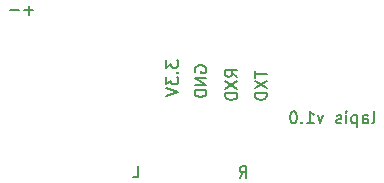
<source format=gbo>
G04 #@! TF.GenerationSoftware,KiCad,Pcbnew,(5.1.7)-1*
G04 #@! TF.CreationDate,2021-06-03T00:57:12+09:00*
G04 #@! TF.ProjectId,lapis,6c617069-732e-46b6-9963-61645f706362,rev?*
G04 #@! TF.SameCoordinates,Original*
G04 #@! TF.FileFunction,Legend,Bot*
G04 #@! TF.FilePolarity,Positive*
%FSLAX46Y46*%
G04 Gerber Fmt 4.6, Leading zero omitted, Abs format (unit mm)*
G04 Created by KiCad (PCBNEW (5.1.7)-1) date 2021-06-03 00:57:12*
%MOMM*%
%LPD*%
G01*
G04 APERTURE LIST*
%ADD10C,0.150000*%
G04 APERTURE END LIST*
D10*
X128580952Y-113071428D02*
X127819047Y-113071428D01*
X129780952Y-113071428D02*
X129019047Y-113071428D01*
X129400000Y-113452380D02*
X129400000Y-112690476D01*
X148552380Y-118238095D02*
X148552380Y-118809523D01*
X149552380Y-118523809D02*
X148552380Y-118523809D01*
X148552380Y-119047619D02*
X149552380Y-119714285D01*
X148552380Y-119714285D02*
X149552380Y-119047619D01*
X149552380Y-120095238D02*
X148552380Y-120095238D01*
X148552380Y-120333333D01*
X148600000Y-120476190D01*
X148695238Y-120571428D01*
X148790476Y-120619047D01*
X148980952Y-120666666D01*
X149123809Y-120666666D01*
X149314285Y-120619047D01*
X149409523Y-120571428D01*
X149504761Y-120476190D01*
X149552380Y-120333333D01*
X149552380Y-120095238D01*
X147052380Y-118733333D02*
X146576190Y-118400000D01*
X147052380Y-118161904D02*
X146052380Y-118161904D01*
X146052380Y-118542857D01*
X146100000Y-118638095D01*
X146147619Y-118685714D01*
X146242857Y-118733333D01*
X146385714Y-118733333D01*
X146480952Y-118685714D01*
X146528571Y-118638095D01*
X146576190Y-118542857D01*
X146576190Y-118161904D01*
X146052380Y-119066666D02*
X147052380Y-119733333D01*
X146052380Y-119733333D02*
X147052380Y-119066666D01*
X147052380Y-120114285D02*
X146052380Y-120114285D01*
X146052380Y-120352380D01*
X146100000Y-120495238D01*
X146195238Y-120590476D01*
X146290476Y-120638095D01*
X146480952Y-120685714D01*
X146623809Y-120685714D01*
X146814285Y-120638095D01*
X146909523Y-120590476D01*
X147004761Y-120495238D01*
X147052380Y-120352380D01*
X147052380Y-120114285D01*
X143500000Y-118338095D02*
X143452380Y-118242857D01*
X143452380Y-118100000D01*
X143500000Y-117957142D01*
X143595238Y-117861904D01*
X143690476Y-117814285D01*
X143880952Y-117766666D01*
X144023809Y-117766666D01*
X144214285Y-117814285D01*
X144309523Y-117861904D01*
X144404761Y-117957142D01*
X144452380Y-118100000D01*
X144452380Y-118195238D01*
X144404761Y-118338095D01*
X144357142Y-118385714D01*
X144023809Y-118385714D01*
X144023809Y-118195238D01*
X144452380Y-118814285D02*
X143452380Y-118814285D01*
X144452380Y-119385714D01*
X143452380Y-119385714D01*
X144452380Y-119861904D02*
X143452380Y-119861904D01*
X143452380Y-120100000D01*
X143500000Y-120242857D01*
X143595238Y-120338095D01*
X143690476Y-120385714D01*
X143880952Y-120433333D01*
X144023809Y-120433333D01*
X144214285Y-120385714D01*
X144309523Y-120338095D01*
X144404761Y-120242857D01*
X144452380Y-120100000D01*
X144452380Y-119861904D01*
X141052380Y-117323809D02*
X141052380Y-117942857D01*
X141433333Y-117609523D01*
X141433333Y-117752380D01*
X141480952Y-117847619D01*
X141528571Y-117895238D01*
X141623809Y-117942857D01*
X141861904Y-117942857D01*
X141957142Y-117895238D01*
X142004761Y-117847619D01*
X142052380Y-117752380D01*
X142052380Y-117466666D01*
X142004761Y-117371428D01*
X141957142Y-117323809D01*
X141957142Y-118371428D02*
X142004761Y-118419047D01*
X142052380Y-118371428D01*
X142004761Y-118323809D01*
X141957142Y-118371428D01*
X142052380Y-118371428D01*
X141052380Y-118752380D02*
X141052380Y-119371428D01*
X141433333Y-119038095D01*
X141433333Y-119180952D01*
X141480952Y-119276190D01*
X141528571Y-119323809D01*
X141623809Y-119371428D01*
X141861904Y-119371428D01*
X141957142Y-119323809D01*
X142004761Y-119276190D01*
X142052380Y-119180952D01*
X142052380Y-118895238D01*
X142004761Y-118800000D01*
X141957142Y-118752380D01*
X141052380Y-119657142D02*
X142052380Y-119990476D01*
X141052380Y-120323809D01*
X158480952Y-122652380D02*
X158576190Y-122604761D01*
X158623809Y-122509523D01*
X158623809Y-121652380D01*
X157671428Y-122652380D02*
X157671428Y-122128571D01*
X157719047Y-122033333D01*
X157814285Y-121985714D01*
X158004761Y-121985714D01*
X158100000Y-122033333D01*
X157671428Y-122604761D02*
X157766666Y-122652380D01*
X158004761Y-122652380D01*
X158100000Y-122604761D01*
X158147619Y-122509523D01*
X158147619Y-122414285D01*
X158100000Y-122319047D01*
X158004761Y-122271428D01*
X157766666Y-122271428D01*
X157671428Y-122223809D01*
X157195238Y-121985714D02*
X157195238Y-122985714D01*
X157195238Y-122033333D02*
X157100000Y-121985714D01*
X156909523Y-121985714D01*
X156814285Y-122033333D01*
X156766666Y-122080952D01*
X156719047Y-122176190D01*
X156719047Y-122461904D01*
X156766666Y-122557142D01*
X156814285Y-122604761D01*
X156909523Y-122652380D01*
X157100000Y-122652380D01*
X157195238Y-122604761D01*
X156290476Y-122652380D02*
X156290476Y-121985714D01*
X156290476Y-121652380D02*
X156338095Y-121700000D01*
X156290476Y-121747619D01*
X156242857Y-121700000D01*
X156290476Y-121652380D01*
X156290476Y-121747619D01*
X155861904Y-122604761D02*
X155766666Y-122652380D01*
X155576190Y-122652380D01*
X155480952Y-122604761D01*
X155433333Y-122509523D01*
X155433333Y-122461904D01*
X155480952Y-122366666D01*
X155576190Y-122319047D01*
X155719047Y-122319047D01*
X155814285Y-122271428D01*
X155861904Y-122176190D01*
X155861904Y-122128571D01*
X155814285Y-122033333D01*
X155719047Y-121985714D01*
X155576190Y-121985714D01*
X155480952Y-122033333D01*
X154338095Y-121985714D02*
X154100000Y-122652380D01*
X153861904Y-121985714D01*
X152957142Y-122652380D02*
X153528571Y-122652380D01*
X153242857Y-122652380D02*
X153242857Y-121652380D01*
X153338095Y-121795238D01*
X153433333Y-121890476D01*
X153528571Y-121938095D01*
X152528571Y-122557142D02*
X152480952Y-122604761D01*
X152528571Y-122652380D01*
X152576190Y-122604761D01*
X152528571Y-122557142D01*
X152528571Y-122652380D01*
X151861904Y-121652380D02*
X151766666Y-121652380D01*
X151671428Y-121700000D01*
X151623809Y-121747619D01*
X151576190Y-121842857D01*
X151528571Y-122033333D01*
X151528571Y-122271428D01*
X151576190Y-122461904D01*
X151623809Y-122557142D01*
X151671428Y-122604761D01*
X151766666Y-122652380D01*
X151861904Y-122652380D01*
X151957142Y-122604761D01*
X152004761Y-122557142D01*
X152052380Y-122461904D01*
X152100000Y-122271428D01*
X152100000Y-122033333D01*
X152052380Y-121842857D01*
X152004761Y-121747619D01*
X151957142Y-121700000D01*
X151861904Y-121652380D01*
X147250476Y-127272380D02*
X147583809Y-126796190D01*
X147821904Y-127272380D02*
X147821904Y-126272380D01*
X147440952Y-126272380D01*
X147345714Y-126320000D01*
X147298095Y-126367619D01*
X147250476Y-126462857D01*
X147250476Y-126605714D01*
X147298095Y-126700952D01*
X147345714Y-126748571D01*
X147440952Y-126796190D01*
X147821904Y-126796190D01*
X138195476Y-127242380D02*
X138671666Y-127242380D01*
X138671666Y-126242380D01*
M02*

</source>
